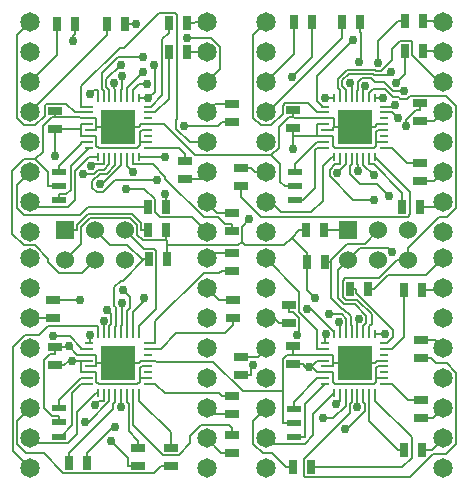
<source format=gtl>
G04 (created by PCBNEW (2013-mar-13)-testing) date Mon 26 Aug 2013 07:19:36 AM PDT*
%MOIN*%
G04 Gerber Fmt 3.4, Leading zero omitted, Abs format*
%FSLAX34Y34*%
G01*
G70*
G90*
G04 APERTURE LIST*
%ADD10C,0.005906*%
%ADD11R,0.045000X0.025000*%
%ADD12C,0.065000*%
%ADD13R,0.051200X0.019700*%
%ADD14R,0.010000X0.030000*%
%ADD15R,0.030000X0.010000*%
%ADD16R,0.118100X0.118100*%
%ADD17R,0.060000X0.060000*%
%ADD18C,0.060000*%
%ADD19R,0.025000X0.045000*%
%ADD20C,0.030000*%
%ADD21C,0.007000*%
G04 APERTURE END LIST*
G54D10*
G54D11*
X21496Y-23685D03*
X21496Y-23085D03*
G54D12*
X20669Y-20122D03*
X20669Y-21122D03*
X20669Y-22122D03*
X20669Y-23122D03*
X20669Y-24122D03*
X20669Y-25122D03*
X20669Y-26122D03*
X20669Y-27122D03*
X26574Y-27122D03*
X26574Y-26122D03*
X26574Y-25122D03*
X26574Y-24122D03*
X26574Y-23122D03*
X26574Y-22122D03*
X26574Y-21122D03*
X26574Y-20122D03*
X20669Y-27996D03*
X20669Y-28996D03*
X20669Y-29996D03*
X20669Y-30996D03*
X20669Y-31996D03*
X20669Y-32996D03*
X20669Y-33996D03*
X20669Y-34996D03*
X26574Y-34996D03*
X26574Y-33996D03*
X26574Y-32996D03*
X26574Y-31996D03*
X26574Y-30996D03*
X26574Y-29996D03*
X26574Y-28996D03*
X26574Y-27996D03*
X28543Y-20122D03*
X28543Y-21122D03*
X28543Y-22122D03*
X28543Y-23122D03*
X28543Y-24122D03*
X28543Y-25122D03*
X28543Y-26122D03*
X28543Y-27122D03*
X34448Y-27122D03*
X34448Y-26122D03*
X34448Y-25122D03*
X34448Y-24122D03*
X34448Y-23122D03*
X34448Y-22122D03*
X34448Y-21122D03*
X34448Y-20122D03*
X28543Y-27996D03*
X28543Y-28996D03*
X28543Y-29996D03*
X28543Y-30996D03*
X28543Y-31996D03*
X28543Y-32996D03*
X28543Y-33996D03*
X28543Y-34996D03*
X34448Y-34996D03*
X34448Y-33996D03*
X34448Y-32996D03*
X34448Y-31996D03*
X34448Y-30996D03*
X34448Y-29996D03*
X34448Y-28996D03*
X34448Y-27996D03*
G54D13*
X21653Y-25590D03*
X21653Y-26062D03*
X21653Y-25118D03*
X21653Y-33464D03*
X21653Y-33936D03*
X21653Y-32992D03*
X29527Y-25590D03*
X29527Y-26062D03*
X29527Y-25118D03*
X29475Y-33480D03*
X29475Y-33952D03*
X29475Y-33008D03*
G54D11*
X21496Y-31559D03*
X21496Y-30959D03*
G54D14*
X23130Y-22638D03*
X23327Y-22638D03*
X23524Y-22638D03*
X22933Y-22638D03*
G54D15*
X22638Y-22933D03*
X22638Y-23130D03*
X22638Y-23327D03*
X22638Y-23524D03*
X22638Y-23720D03*
X22638Y-23917D03*
X22638Y-24114D03*
X22638Y-24311D03*
G54D14*
X24311Y-24606D03*
X22933Y-24606D03*
X23130Y-24606D03*
X23327Y-24606D03*
X23524Y-24606D03*
X23720Y-24606D03*
X23917Y-24606D03*
X24114Y-24606D03*
G54D15*
X24606Y-24311D03*
X24606Y-24114D03*
X24606Y-23917D03*
X24606Y-23720D03*
X24606Y-23524D03*
X24606Y-23327D03*
X24606Y-23130D03*
X24606Y-22933D03*
G54D14*
X24311Y-22638D03*
X24114Y-22638D03*
X23917Y-22638D03*
X23720Y-22638D03*
G54D16*
X23622Y-23622D03*
G54D14*
X23130Y-30512D03*
X23327Y-30512D03*
X23524Y-30512D03*
X22933Y-30512D03*
G54D15*
X22638Y-30807D03*
X22638Y-31004D03*
X22638Y-31201D03*
X22638Y-31398D03*
X22638Y-31594D03*
X22638Y-31791D03*
X22638Y-31988D03*
X22638Y-32185D03*
G54D14*
X24311Y-32480D03*
X22933Y-32480D03*
X23130Y-32480D03*
X23327Y-32480D03*
X23524Y-32480D03*
X23720Y-32480D03*
X23917Y-32480D03*
X24114Y-32480D03*
G54D15*
X24606Y-32185D03*
X24606Y-31988D03*
X24606Y-31791D03*
X24606Y-31594D03*
X24606Y-31398D03*
X24606Y-31201D03*
X24606Y-31004D03*
X24606Y-30807D03*
G54D14*
X24311Y-30512D03*
X24114Y-30512D03*
X23917Y-30512D03*
X23720Y-30512D03*
G54D16*
X23622Y-31496D03*
G54D14*
X31004Y-22638D03*
X31201Y-22638D03*
X31398Y-22638D03*
X30807Y-22638D03*
G54D15*
X30512Y-22933D03*
X30512Y-23130D03*
X30512Y-23327D03*
X30512Y-23524D03*
X30512Y-23720D03*
X30512Y-23917D03*
X30512Y-24114D03*
X30512Y-24311D03*
G54D14*
X32185Y-24606D03*
X30807Y-24606D03*
X31004Y-24606D03*
X31201Y-24606D03*
X31398Y-24606D03*
X31594Y-24606D03*
X31791Y-24606D03*
X31988Y-24606D03*
G54D15*
X32480Y-24311D03*
X32480Y-24114D03*
X32480Y-23917D03*
X32480Y-23720D03*
X32480Y-23524D03*
X32480Y-23327D03*
X32480Y-23130D03*
X32480Y-22933D03*
G54D14*
X32185Y-22638D03*
X31988Y-22638D03*
X31791Y-22638D03*
X31594Y-22638D03*
G54D16*
X31496Y-23622D03*
G54D14*
X31004Y-30512D03*
X31201Y-30512D03*
X31398Y-30512D03*
X30807Y-30512D03*
G54D15*
X30512Y-30807D03*
X30512Y-31004D03*
X30512Y-31201D03*
X30512Y-31398D03*
X30512Y-31594D03*
X30512Y-31791D03*
X30512Y-31988D03*
X30512Y-32185D03*
G54D14*
X32185Y-32480D03*
X30807Y-32480D03*
X31004Y-32480D03*
X31201Y-32480D03*
X31398Y-32480D03*
X31594Y-32480D03*
X31791Y-32480D03*
X31988Y-32480D03*
G54D15*
X32480Y-32185D03*
X32480Y-31988D03*
X32480Y-31791D03*
X32480Y-31594D03*
X32480Y-31398D03*
X32480Y-31201D03*
X32480Y-31004D03*
X32480Y-30807D03*
G54D14*
X32185Y-30512D03*
X31988Y-30512D03*
X31791Y-30512D03*
X31594Y-30512D03*
G54D16*
X31496Y-31496D03*
G54D11*
X29448Y-23646D03*
X29448Y-23046D03*
X29448Y-31520D03*
X29448Y-30920D03*
G54D17*
X21834Y-27059D03*
G54D18*
X21834Y-28059D03*
X22834Y-27059D03*
X22834Y-28059D03*
X23834Y-27059D03*
X23834Y-28059D03*
G54D17*
X31283Y-27059D03*
G54D18*
X31283Y-28059D03*
X32283Y-27059D03*
X32283Y-28059D03*
X33283Y-27059D03*
X33283Y-28059D03*
G54D19*
X31330Y-29010D03*
X31930Y-29010D03*
X33140Y-29050D03*
X33740Y-29050D03*
G54D11*
X33715Y-32720D03*
X33715Y-33320D03*
G54D19*
X30030Y-34960D03*
X29430Y-34960D03*
X33160Y-34370D03*
X33760Y-34370D03*
G54D11*
X27716Y-31874D03*
X27716Y-31274D03*
X29320Y-29560D03*
X29320Y-30160D03*
X33715Y-31330D03*
X33715Y-30730D03*
G54D19*
X33170Y-20090D03*
X33770Y-20090D03*
X33170Y-21090D03*
X33770Y-21090D03*
G54D11*
X33690Y-24820D03*
X33690Y-25420D03*
X27716Y-25575D03*
X27716Y-24975D03*
G54D19*
X33090Y-26270D03*
X33690Y-26270D03*
X31680Y-20110D03*
X31080Y-20110D03*
X30085Y-20105D03*
X29485Y-20105D03*
G54D11*
X33690Y-22820D03*
X33690Y-23420D03*
X27400Y-28400D03*
X27400Y-27800D03*
X27440Y-29990D03*
X27440Y-29390D03*
X27400Y-32595D03*
X27400Y-33195D03*
X25370Y-34310D03*
X25370Y-34910D03*
X27401Y-33873D03*
X27401Y-34473D03*
X24290Y-34300D03*
X24290Y-34900D03*
X21430Y-29380D03*
X21430Y-29980D03*
G54D19*
X21983Y-34803D03*
X22583Y-34803D03*
X25320Y-20140D03*
X25920Y-20140D03*
X25325Y-21125D03*
X25925Y-21125D03*
G54D11*
X25850Y-24740D03*
X25850Y-25340D03*
G54D19*
X25205Y-26295D03*
X24605Y-26295D03*
G54D11*
X27401Y-27071D03*
X27401Y-26471D03*
G54D19*
X23855Y-20170D03*
X23255Y-20170D03*
X22190Y-20170D03*
X21590Y-20170D03*
G54D11*
X27401Y-23449D03*
X27401Y-22849D03*
G54D19*
X30495Y-28105D03*
X29895Y-28105D03*
X30485Y-27050D03*
X29885Y-27050D03*
X24630Y-28030D03*
X25230Y-28030D03*
X24620Y-27055D03*
X25220Y-27055D03*
G54D20*
X27975Y-26695D03*
X29460Y-24360D03*
X22081Y-31398D03*
X21502Y-24572D03*
X30171Y-29316D03*
X29971Y-31598D03*
X23699Y-21536D03*
X23872Y-25672D03*
X23244Y-29708D03*
X32700Y-21782D03*
X30630Y-29850D03*
X24447Y-21268D03*
X25908Y-20659D03*
X23130Y-30079D03*
X30969Y-30114D03*
X22662Y-22517D03*
X30524Y-22638D03*
X29907Y-29684D03*
X22662Y-30536D03*
X31447Y-20706D03*
X30536Y-30527D03*
X21453Y-30595D03*
X22718Y-24903D03*
X22848Y-32873D03*
X32130Y-26048D03*
X30877Y-32862D03*
X22453Y-25168D03*
X22498Y-33448D03*
X30920Y-25145D03*
X30450Y-33323D03*
X32456Y-22655D03*
X24603Y-22661D03*
X32527Y-30512D03*
X24822Y-21533D03*
X24478Y-29327D03*
X24576Y-22196D03*
X23469Y-22164D03*
X31346Y-22159D03*
X25809Y-23567D03*
X24928Y-25383D03*
X33205Y-23574D03*
X32637Y-25913D03*
X22119Y-20739D03*
X23014Y-25527D03*
X22348Y-29380D03*
X23720Y-32941D03*
X29422Y-21947D03*
X31616Y-25071D03*
X31594Y-32952D03*
X29565Y-30540D03*
X24204Y-20170D03*
X24125Y-25128D03*
X31640Y-21452D03*
X32135Y-25228D03*
X28120Y-31555D03*
X31191Y-33668D03*
X25183Y-25839D03*
X25183Y-24606D03*
X32872Y-22152D03*
X32935Y-23314D03*
X32290Y-21471D03*
X32851Y-22884D03*
X33134Y-22414D03*
X31631Y-30030D03*
X23749Y-29467D03*
X23744Y-21912D03*
X31856Y-22254D03*
X32740Y-27768D03*
X24438Y-21795D03*
X23785Y-29057D03*
X21964Y-30924D03*
X23508Y-33600D03*
X23383Y-34078D03*
G54D21*
X29448Y-23646D02*
X29448Y-24348D01*
X27733Y-26936D02*
X27733Y-27438D01*
X27975Y-26695D02*
X27733Y-26936D01*
X29448Y-24348D02*
X29460Y-24360D01*
X24606Y-31988D02*
X24385Y-31988D01*
X32480Y-31988D02*
X32260Y-31988D01*
X32260Y-31988D02*
X32224Y-31988D01*
X30767Y-32122D02*
X30767Y-31791D01*
X30836Y-32191D02*
X30767Y-32122D01*
X32135Y-32191D02*
X30836Y-32191D01*
X32224Y-32102D02*
X32135Y-32191D01*
X32224Y-31988D02*
X32224Y-32102D01*
X30512Y-31791D02*
X30767Y-31791D01*
X32291Y-31594D02*
X32480Y-31594D01*
X32224Y-31660D02*
X32291Y-31594D01*
X32224Y-31988D02*
X32224Y-31660D01*
X22638Y-23524D02*
X22382Y-23524D01*
X21496Y-23685D02*
X21826Y-23685D01*
X21496Y-31559D02*
X21826Y-31559D01*
X29448Y-31520D02*
X29778Y-31520D01*
X22893Y-24248D02*
X22893Y-23917D01*
X22962Y-24317D02*
X22893Y-24248D01*
X24261Y-24317D02*
X22962Y-24317D01*
X24350Y-24227D02*
X24261Y-24317D01*
X24350Y-24114D02*
X24350Y-24227D01*
X24606Y-24114D02*
X24350Y-24114D01*
X22638Y-23917D02*
X22893Y-23917D01*
X29448Y-23646D02*
X29448Y-23876D01*
X21496Y-23685D02*
X21496Y-23915D01*
X24350Y-23786D02*
X24350Y-24114D01*
X24417Y-23720D02*
X24350Y-23786D01*
X24606Y-23720D02*
X24417Y-23720D01*
X22382Y-23685D02*
X22382Y-23917D01*
X21826Y-23685D02*
X22382Y-23685D01*
X22382Y-23685D02*
X22382Y-23524D01*
X22638Y-23917D02*
X22382Y-23917D01*
X21502Y-23922D02*
X21496Y-23915D01*
X21502Y-24572D02*
X21502Y-23922D01*
X29895Y-29040D02*
X30171Y-29316D01*
X29895Y-28105D02*
X29895Y-29040D01*
X29857Y-31598D02*
X29778Y-31520D01*
X29971Y-31598D02*
X29857Y-31598D01*
X30512Y-31398D02*
X30256Y-31398D01*
X29971Y-31598D02*
X30067Y-31598D01*
X30256Y-31787D02*
X30067Y-31598D01*
X30256Y-31791D02*
X30256Y-31787D01*
X30067Y-31587D02*
X30256Y-31398D01*
X30067Y-31598D02*
X30067Y-31587D01*
X30512Y-31791D02*
X30256Y-31791D01*
X29885Y-27050D02*
X29654Y-27050D01*
X29400Y-27304D02*
X29654Y-27050D01*
X29870Y-27774D02*
X29895Y-27774D01*
X29400Y-27304D02*
X29870Y-27774D01*
X29895Y-28105D02*
X29895Y-27774D01*
X32224Y-24238D02*
X32224Y-24114D01*
X32145Y-24317D02*
X32224Y-24238D01*
X30843Y-24317D02*
X32145Y-24317D01*
X30767Y-24241D02*
X30843Y-24317D01*
X30767Y-23917D02*
X30767Y-24241D01*
X30512Y-23917D02*
X30767Y-23917D01*
X32480Y-24114D02*
X32224Y-24114D01*
X32224Y-23786D02*
X32224Y-24114D01*
X32291Y-23720D02*
X32224Y-23786D01*
X32480Y-23720D02*
X32291Y-23720D01*
X29448Y-23886D02*
X29464Y-23901D01*
X29448Y-23876D02*
X29448Y-23886D01*
X30512Y-23917D02*
X30256Y-23917D01*
X30241Y-23539D02*
X30256Y-23524D01*
X30241Y-23901D02*
X30241Y-23539D01*
X29464Y-23901D02*
X30241Y-23901D01*
X30241Y-23901D02*
X30256Y-23917D01*
X30512Y-23524D02*
X30256Y-23524D01*
X22638Y-31791D02*
X22382Y-31791D01*
X22382Y-31398D02*
X22382Y-31791D01*
X22638Y-31398D02*
X22382Y-31398D01*
X24417Y-31594D02*
X24606Y-31594D01*
X24350Y-31660D02*
X24417Y-31594D01*
X24350Y-31953D02*
X24350Y-31660D01*
X24385Y-31988D02*
X24350Y-31953D01*
X22638Y-31791D02*
X22893Y-31791D01*
X22893Y-32122D02*
X22893Y-31791D01*
X22962Y-32191D02*
X22893Y-32122D01*
X24261Y-32191D02*
X22962Y-32191D01*
X24350Y-32102D02*
X24261Y-32191D01*
X24350Y-32023D02*
X24350Y-32102D01*
X24385Y-31988D02*
X24350Y-32023D01*
X25220Y-27055D02*
X25220Y-27385D01*
X25230Y-27559D02*
X25230Y-28030D01*
X27613Y-27559D02*
X27733Y-27438D01*
X25230Y-27559D02*
X27613Y-27559D01*
X27733Y-27438D02*
X27734Y-27438D01*
X27734Y-27438D02*
X27854Y-27559D01*
X27854Y-27559D02*
X29145Y-27559D01*
X29145Y-27559D02*
X29400Y-27304D01*
X25230Y-27395D02*
X25220Y-27385D01*
X25230Y-27559D02*
X25230Y-27395D01*
X22384Y-27509D02*
X21834Y-28059D01*
X22384Y-26936D02*
X22384Y-27509D01*
X22675Y-26645D02*
X22384Y-26936D01*
X24012Y-26645D02*
X22675Y-26645D01*
X24249Y-26882D02*
X24012Y-26645D01*
X24249Y-27198D02*
X24249Y-26882D01*
X24436Y-27385D02*
X24249Y-27198D01*
X25220Y-27385D02*
X24436Y-27385D01*
X22382Y-31398D02*
X22081Y-31398D01*
X21987Y-31398D02*
X21826Y-31559D01*
X22081Y-31398D02*
X21987Y-31398D01*
X26077Y-26625D02*
X26574Y-27122D01*
X25024Y-26625D02*
X26077Y-26625D01*
X24835Y-26435D02*
X25024Y-26625D01*
X24835Y-26019D02*
X24835Y-26435D01*
X24488Y-25672D02*
X24835Y-26019D01*
X23872Y-25672D02*
X24488Y-25672D01*
X23327Y-22638D02*
X23327Y-22382D01*
X23213Y-22022D02*
X23699Y-21536D01*
X23213Y-22269D02*
X23213Y-22022D01*
X23327Y-22382D02*
X23213Y-22269D01*
X23385Y-29849D02*
X23244Y-29708D01*
X23385Y-30184D02*
X23385Y-29849D01*
X23327Y-30242D02*
X23385Y-30184D01*
X23327Y-30512D02*
X23327Y-30242D01*
X31201Y-22638D02*
X31201Y-22382D01*
X32601Y-21881D02*
X32700Y-21782D01*
X32142Y-21881D02*
X32601Y-21881D01*
X32108Y-21847D02*
X32142Y-21881D01*
X31296Y-21847D02*
X32108Y-21847D01*
X31091Y-22053D02*
X31296Y-21847D01*
X31091Y-22264D02*
X31091Y-22053D01*
X31201Y-22374D02*
X31091Y-22264D01*
X31201Y-22382D02*
X31201Y-22374D01*
X31201Y-30512D02*
X31201Y-30256D01*
X31224Y-30233D02*
X31201Y-30256D01*
X31224Y-30005D02*
X31224Y-30233D01*
X31068Y-29850D02*
X31224Y-30005D01*
X30630Y-29850D02*
X31068Y-29850D01*
X23602Y-21268D02*
X24447Y-21268D01*
X23073Y-21798D02*
X23602Y-21268D01*
X23073Y-22354D02*
X23073Y-21798D01*
X23130Y-22410D02*
X23073Y-22354D01*
X23130Y-22638D02*
X23130Y-22410D01*
X27012Y-21684D02*
X26574Y-22122D01*
X27012Y-20950D02*
X27012Y-21684D01*
X26721Y-20659D02*
X27012Y-20950D01*
X25908Y-20659D02*
X26721Y-20659D01*
X23130Y-30512D02*
X23130Y-30079D01*
X31004Y-22638D02*
X31004Y-22382D01*
X30932Y-22311D02*
X31004Y-22382D01*
X30932Y-22014D02*
X30932Y-22311D01*
X31238Y-21707D02*
X30932Y-22014D01*
X32166Y-21707D02*
X31238Y-21707D01*
X32200Y-21741D02*
X32166Y-21707D01*
X32380Y-21741D02*
X32200Y-21741D01*
X32744Y-21378D02*
X32380Y-21741D01*
X32744Y-21013D02*
X32744Y-21378D01*
X32997Y-20759D02*
X32744Y-21013D01*
X33363Y-20759D02*
X32997Y-20759D01*
X33400Y-20796D02*
X33363Y-20759D01*
X33400Y-21224D02*
X33400Y-20796D01*
X34297Y-22122D02*
X33400Y-21224D01*
X34448Y-22122D02*
X34297Y-22122D01*
X31004Y-30512D02*
X31004Y-30256D01*
X30969Y-30222D02*
X30969Y-30114D01*
X31004Y-30256D02*
X30969Y-30222D01*
X22933Y-22638D02*
X22933Y-22382D01*
X22796Y-22382D02*
X22662Y-22517D01*
X22933Y-22382D02*
X22796Y-22382D01*
X20097Y-34423D02*
X20669Y-34996D01*
X20097Y-30951D02*
X20097Y-34423D01*
X20502Y-30545D02*
X20097Y-30951D01*
X20980Y-30545D02*
X20502Y-30545D01*
X21269Y-30256D02*
X20980Y-30545D01*
X22933Y-30256D02*
X21269Y-30256D01*
X22933Y-30512D02*
X22933Y-30256D01*
X30807Y-22638D02*
X30524Y-22638D01*
X30054Y-29684D02*
X29907Y-29684D01*
X30807Y-30437D02*
X30054Y-29684D01*
X30807Y-30512D02*
X30807Y-30437D01*
X22638Y-22933D02*
X22382Y-22933D01*
X22382Y-22264D02*
X22382Y-22933D01*
X23671Y-20975D02*
X22382Y-22264D01*
X23811Y-20975D02*
X23671Y-20975D01*
X24977Y-19809D02*
X23811Y-20975D01*
X25495Y-19809D02*
X24977Y-19809D01*
X25572Y-19887D02*
X25495Y-19809D01*
X25572Y-23360D02*
X25572Y-19887D01*
X25548Y-23384D02*
X25572Y-23360D01*
X25548Y-23671D02*
X25548Y-23384D01*
X25998Y-24122D02*
X25548Y-23671D01*
X26574Y-24122D02*
X25998Y-24122D01*
X22662Y-30782D02*
X22662Y-30536D01*
X22638Y-30807D02*
X22662Y-30782D01*
X30247Y-21906D02*
X31447Y-20706D01*
X30247Y-22745D02*
X30247Y-21906D01*
X30435Y-22933D02*
X30247Y-22745D01*
X30512Y-22933D02*
X30435Y-22933D01*
X30512Y-30551D02*
X30536Y-30527D01*
X30512Y-30807D02*
X30512Y-30551D01*
X20235Y-20555D02*
X20669Y-20122D01*
X20235Y-23312D02*
X20235Y-20555D01*
X20485Y-23562D02*
X20235Y-23312D01*
X20842Y-23562D02*
X20485Y-23562D01*
X21165Y-23238D02*
X20842Y-23562D01*
X21165Y-22902D02*
X21165Y-23238D01*
X21215Y-22852D02*
X21165Y-22902D01*
X21885Y-22852D02*
X21215Y-22852D01*
X22162Y-23130D02*
X21885Y-22852D01*
X22638Y-23130D02*
X22162Y-23130D01*
X21995Y-30595D02*
X21453Y-30595D01*
X22382Y-30982D02*
X21995Y-30595D01*
X22382Y-31004D02*
X22382Y-30982D01*
X22638Y-31004D02*
X22382Y-31004D01*
X28104Y-20560D02*
X28543Y-20122D01*
X28104Y-23299D02*
X28104Y-20560D01*
X28367Y-23562D02*
X28104Y-23299D01*
X28723Y-23562D02*
X28367Y-23562D01*
X29095Y-23190D02*
X28723Y-23562D01*
X29095Y-22899D02*
X29095Y-23190D01*
X29178Y-22816D02*
X29095Y-22899D01*
X29943Y-22816D02*
X29178Y-22816D01*
X30256Y-23130D02*
X29943Y-22816D01*
X30512Y-23130D02*
X30256Y-23130D01*
X30512Y-31004D02*
X30256Y-31004D01*
X30256Y-30395D02*
X30256Y-31004D01*
X29652Y-29790D02*
X30256Y-30395D01*
X29652Y-29104D02*
X29652Y-29790D01*
X28543Y-27996D02*
X29652Y-29104D01*
X22655Y-24606D02*
X22933Y-24606D01*
X22189Y-25072D02*
X22655Y-24606D01*
X22189Y-26036D02*
X22189Y-25072D01*
X21959Y-26266D02*
X22189Y-26036D01*
X20813Y-26266D02*
X21959Y-26266D01*
X20669Y-26122D02*
X20813Y-26266D01*
X22868Y-32480D02*
X22933Y-32480D01*
X22229Y-33119D02*
X22868Y-32480D01*
X22229Y-33864D02*
X22229Y-33119D01*
X21945Y-34148D02*
X22229Y-33864D01*
X20821Y-34148D02*
X21945Y-34148D01*
X20669Y-33996D02*
X20821Y-34148D01*
X28543Y-26122D02*
X28702Y-26122D01*
X30738Y-24606D02*
X30807Y-24606D01*
X30445Y-24900D02*
X30738Y-24606D01*
X30445Y-26075D02*
X30445Y-24900D01*
X30059Y-26460D02*
X30445Y-26075D01*
X29040Y-26460D02*
X30059Y-26460D01*
X28702Y-26122D02*
X29040Y-26460D01*
X28722Y-34175D02*
X28543Y-33996D01*
X29839Y-34175D02*
X28722Y-34175D01*
X30116Y-33897D02*
X29839Y-34175D01*
X30116Y-33170D02*
X30116Y-33897D01*
X30807Y-32480D02*
X30116Y-33170D01*
X23130Y-24606D02*
X23130Y-24861D01*
X22760Y-24861D02*
X22718Y-24903D01*
X23130Y-24861D02*
X22760Y-24861D01*
X23130Y-32480D02*
X23130Y-32735D01*
X22986Y-32735D02*
X22848Y-32873D01*
X23130Y-32735D02*
X22986Y-32735D01*
X31004Y-24606D02*
X31004Y-24861D01*
X31455Y-26048D02*
X32130Y-26048D01*
X30664Y-25257D02*
X31455Y-26048D01*
X30664Y-25033D02*
X30664Y-25257D01*
X30836Y-24861D02*
X30664Y-25033D01*
X31004Y-24861D02*
X30836Y-24861D01*
X31004Y-32480D02*
X31004Y-32735D01*
X31004Y-32735D02*
X30877Y-32862D01*
X22814Y-25168D02*
X22453Y-25168D01*
X22949Y-25032D02*
X22814Y-25168D01*
X23158Y-25032D02*
X22949Y-25032D01*
X23327Y-24864D02*
X23158Y-25032D01*
X23327Y-24606D02*
X23327Y-24864D01*
X23327Y-32480D02*
X23327Y-32735D01*
X23327Y-32735D02*
X23327Y-32764D01*
X23327Y-32764D02*
X22642Y-33448D01*
X22642Y-33448D02*
X22498Y-33448D01*
X31201Y-24863D02*
X31201Y-24606D01*
X30920Y-25145D02*
X31201Y-24863D01*
X30790Y-33323D02*
X30450Y-33323D01*
X31199Y-32914D02*
X30790Y-33323D01*
X31199Y-32736D02*
X31199Y-32914D01*
X31201Y-32735D02*
X31199Y-32736D01*
X31201Y-32480D02*
X31201Y-32735D01*
X24311Y-30512D02*
X24311Y-30256D01*
X24877Y-29690D02*
X24311Y-30256D01*
X24877Y-27742D02*
X24877Y-29690D01*
X24825Y-27691D02*
X24877Y-27742D01*
X24466Y-27691D02*
X24825Y-27691D01*
X23834Y-27059D02*
X24466Y-27691D01*
X32185Y-30512D02*
X32527Y-30512D01*
X32438Y-22638D02*
X32456Y-22655D01*
X32185Y-22638D02*
X32438Y-22638D01*
X24334Y-22661D02*
X24311Y-22638D01*
X24603Y-22661D02*
X24334Y-22661D01*
X24831Y-21543D02*
X24822Y-21533D01*
X24831Y-22432D02*
X24831Y-21543D01*
X24603Y-22661D02*
X24831Y-22432D01*
X31988Y-30512D02*
X31988Y-30256D01*
X32062Y-30182D02*
X31988Y-30256D01*
X32062Y-29864D02*
X32062Y-30182D01*
X31584Y-29385D02*
X32062Y-29864D01*
X31207Y-29385D02*
X31584Y-29385D01*
X31099Y-29278D02*
X31207Y-29385D01*
X31099Y-28736D02*
X31099Y-29278D01*
X31176Y-28660D02*
X31099Y-28736D01*
X32311Y-28660D02*
X31176Y-28660D01*
X32912Y-28059D02*
X32311Y-28660D01*
X33283Y-28059D02*
X32912Y-28059D01*
X24114Y-29780D02*
X24114Y-30512D01*
X24478Y-29415D02*
X24114Y-29780D01*
X24478Y-29327D02*
X24478Y-29415D01*
X24300Y-22196D02*
X24114Y-22382D01*
X24576Y-22196D02*
X24300Y-22196D01*
X24114Y-22638D02*
X24114Y-22382D01*
X33283Y-27655D02*
X33283Y-28059D01*
X34317Y-26622D02*
X33283Y-27655D01*
X34562Y-26622D02*
X34317Y-26622D01*
X34884Y-26300D02*
X34562Y-26622D01*
X34884Y-22926D02*
X34884Y-26300D01*
X34537Y-22579D02*
X34884Y-22926D01*
X33330Y-22579D02*
X34537Y-22579D01*
X33240Y-22669D02*
X33330Y-22579D01*
X33028Y-22669D02*
X33240Y-22669D01*
X32974Y-22614D02*
X33028Y-22669D01*
X32775Y-22614D02*
X32974Y-22614D01*
X32525Y-22364D02*
X32775Y-22614D01*
X32107Y-22364D02*
X32525Y-22364D01*
X31988Y-22483D02*
X32107Y-22364D01*
X31988Y-22638D02*
X31988Y-22483D01*
X22239Y-26882D02*
X22239Y-27059D01*
X22616Y-26505D02*
X22239Y-26882D01*
X24070Y-26505D02*
X22616Y-26505D01*
X24389Y-26824D02*
X24070Y-26505D01*
X24389Y-27055D02*
X24389Y-26824D01*
X24620Y-27055D02*
X24389Y-27055D01*
X21834Y-27059D02*
X22239Y-27059D01*
X23524Y-22638D02*
X23524Y-22382D01*
X23469Y-22328D02*
X23524Y-22382D01*
X23469Y-22164D02*
X23469Y-22328D01*
X23334Y-27559D02*
X22834Y-27059D01*
X23928Y-27559D02*
X23334Y-27559D01*
X24399Y-28030D02*
X23928Y-27559D01*
X24630Y-28030D02*
X24514Y-28030D01*
X23524Y-30512D02*
X23524Y-30256D01*
X24485Y-28030D02*
X24399Y-28030D01*
X24514Y-28030D02*
X24485Y-28030D01*
X23544Y-30236D02*
X23524Y-30256D01*
X23544Y-29622D02*
X23544Y-30236D01*
X23494Y-29572D02*
X23544Y-29622D01*
X23494Y-28958D02*
X23494Y-29572D01*
X23709Y-28744D02*
X23494Y-28958D01*
X23771Y-28744D02*
X23709Y-28744D01*
X24485Y-28030D02*
X23771Y-28744D01*
X30869Y-27050D02*
X30878Y-27059D01*
X30485Y-27050D02*
X30869Y-27050D01*
X31283Y-27059D02*
X30878Y-27059D01*
X31398Y-22210D02*
X31346Y-22159D01*
X31398Y-22638D02*
X31398Y-22210D01*
X30495Y-28105D02*
X30702Y-28105D01*
X30702Y-28041D02*
X30702Y-28105D01*
X31234Y-27509D02*
X30702Y-28041D01*
X31833Y-27509D02*
X31234Y-27509D01*
X32283Y-27059D02*
X31833Y-27509D01*
X31398Y-30512D02*
X31398Y-30256D01*
X31364Y-30223D02*
X31398Y-30256D01*
X31364Y-29924D02*
X31364Y-30223D01*
X31106Y-29666D02*
X31364Y-29924D01*
X31069Y-29666D02*
X31106Y-29666D01*
X30702Y-29299D02*
X31069Y-29666D01*
X30702Y-28105D02*
X30702Y-29299D01*
X27401Y-23449D02*
X27071Y-23449D01*
X26954Y-23567D02*
X25809Y-23567D01*
X27071Y-23449D02*
X26954Y-23567D01*
X23524Y-24606D02*
X23524Y-24861D01*
X23524Y-24884D02*
X23524Y-24861D01*
X23235Y-25172D02*
X23524Y-24884D01*
X23007Y-25172D02*
X23235Y-25172D01*
X22757Y-25422D02*
X23007Y-25172D01*
X22757Y-25639D02*
X22757Y-25422D01*
X22900Y-25782D02*
X22757Y-25639D01*
X23120Y-25782D02*
X22900Y-25782D01*
X23518Y-25383D02*
X23120Y-25782D01*
X24928Y-25383D02*
X23518Y-25383D01*
X23524Y-32776D02*
X23524Y-32480D01*
X23442Y-32857D02*
X23524Y-32776D01*
X23442Y-33013D02*
X23442Y-32857D01*
X21983Y-34473D02*
X23442Y-33013D01*
X21983Y-34803D02*
X21983Y-34473D01*
X31398Y-24606D02*
X31398Y-24861D01*
X32229Y-25505D02*
X32637Y-25913D01*
X31686Y-25505D02*
X32229Y-25505D01*
X31356Y-25176D02*
X31686Y-25505D01*
X31356Y-24903D02*
X31356Y-25176D01*
X31398Y-24861D02*
X31356Y-24903D01*
X33690Y-22820D02*
X33690Y-23050D01*
X33205Y-23390D02*
X33205Y-23574D01*
X33546Y-23050D02*
X33205Y-23390D01*
X33690Y-23050D02*
X33546Y-23050D01*
X33715Y-31330D02*
X34045Y-31330D01*
X34211Y-31496D02*
X34045Y-31330D01*
X34567Y-31496D02*
X34211Y-31496D01*
X34881Y-31810D02*
X34567Y-31496D01*
X34881Y-34174D02*
X34881Y-31810D01*
X34546Y-34510D02*
X34881Y-34174D01*
X34119Y-34510D02*
X34546Y-34510D01*
X33339Y-35290D02*
X34119Y-34510D01*
X29836Y-35290D02*
X33339Y-35290D01*
X29799Y-35253D02*
X29836Y-35290D01*
X29799Y-34690D02*
X29799Y-35253D01*
X31339Y-33150D02*
X29799Y-34690D01*
X31339Y-32846D02*
X31339Y-33150D01*
X31398Y-32788D02*
X31339Y-32846D01*
X31398Y-32480D02*
X31398Y-32788D01*
X22119Y-20570D02*
X22119Y-20739D01*
X22190Y-20500D02*
X22119Y-20570D01*
X22190Y-20170D02*
X22190Y-20500D01*
X23720Y-24897D02*
X23720Y-24606D01*
X23090Y-25527D02*
X23720Y-24897D01*
X23014Y-25527D02*
X23090Y-25527D01*
X21430Y-29380D02*
X22348Y-29380D01*
X23720Y-32480D02*
X23720Y-32941D01*
X31594Y-24606D02*
X31594Y-24861D01*
X31616Y-24883D02*
X31594Y-24861D01*
X31616Y-25071D02*
X31616Y-24883D01*
X30085Y-21284D02*
X29422Y-21947D01*
X30085Y-20105D02*
X30085Y-21284D01*
X31594Y-32735D02*
X31594Y-32952D01*
X31594Y-32735D02*
X31594Y-32735D01*
X29453Y-29790D02*
X29320Y-29790D01*
X29650Y-29986D02*
X29453Y-29790D01*
X29650Y-30455D02*
X29650Y-29986D01*
X29565Y-30540D02*
X29650Y-30455D01*
X29320Y-29560D02*
X29320Y-29790D01*
X31594Y-32480D02*
X31594Y-32735D01*
X23917Y-24920D02*
X23917Y-24606D01*
X24125Y-25128D02*
X23917Y-24920D01*
X23855Y-20170D02*
X24204Y-20170D01*
X24290Y-34300D02*
X24290Y-34069D01*
X23917Y-32777D02*
X23917Y-32480D01*
X23978Y-32839D02*
X23917Y-32777D01*
X23978Y-33758D02*
X23978Y-32839D01*
X24290Y-34069D02*
X23978Y-33758D01*
X31680Y-20110D02*
X31680Y-20440D01*
X31791Y-24884D02*
X32135Y-25228D01*
X31791Y-24606D02*
X31791Y-24884D01*
X31717Y-21375D02*
X31640Y-21452D01*
X31717Y-20477D02*
X31717Y-21375D01*
X31680Y-20440D02*
X31717Y-20477D01*
X28046Y-31629D02*
X28120Y-31555D01*
X28046Y-31874D02*
X28046Y-31629D01*
X27716Y-31874D02*
X28046Y-31874D01*
X31251Y-33668D02*
X31191Y-33668D01*
X31849Y-33070D02*
X31251Y-33668D01*
X31849Y-32846D02*
X31849Y-33070D01*
X31791Y-32788D02*
X31849Y-32846D01*
X31791Y-32480D02*
X31791Y-32788D01*
X24774Y-24861D02*
X24114Y-24861D01*
X25188Y-25274D02*
X24774Y-24861D01*
X25188Y-25344D02*
X25188Y-25274D01*
X26465Y-26622D02*
X25188Y-25344D01*
X26951Y-26622D02*
X26465Y-26622D01*
X27171Y-26841D02*
X26951Y-26622D01*
X27401Y-26841D02*
X27171Y-26841D01*
X27401Y-27071D02*
X27401Y-26841D01*
X24114Y-24606D02*
X24114Y-24861D01*
X27401Y-33873D02*
X27401Y-33643D01*
X24114Y-32480D02*
X24114Y-32735D01*
X24118Y-32739D02*
X24114Y-32735D01*
X24118Y-33563D02*
X24118Y-32739D01*
X25095Y-34540D02*
X24118Y-33563D01*
X25645Y-34540D02*
X25095Y-34540D01*
X26027Y-34157D02*
X25645Y-34540D01*
X26027Y-33927D02*
X26027Y-34157D01*
X26392Y-33563D02*
X26027Y-33927D01*
X27321Y-33563D02*
X26392Y-33563D01*
X27401Y-33643D02*
X27321Y-33563D01*
X32146Y-24861D02*
X31988Y-24861D01*
X33090Y-25804D02*
X32146Y-24861D01*
X33090Y-26270D02*
X33090Y-25804D01*
X31988Y-24606D02*
X31988Y-24861D01*
X33160Y-34370D02*
X32929Y-34370D01*
X31988Y-32480D02*
X31988Y-32735D01*
X31989Y-32736D02*
X31988Y-32735D01*
X31989Y-33429D02*
X31989Y-32736D01*
X32929Y-34370D02*
X31989Y-33429D01*
X24311Y-24606D02*
X25183Y-24606D01*
X25205Y-26295D02*
X25205Y-25964D01*
X25205Y-25860D02*
X25183Y-25839D01*
X25205Y-25964D02*
X25205Y-25860D01*
X25370Y-33794D02*
X25370Y-34310D01*
X24311Y-32735D02*
X25370Y-33794D01*
X24311Y-32480D02*
X24311Y-32735D01*
X33351Y-25772D02*
X32185Y-24606D01*
X33351Y-26527D02*
X33351Y-25772D01*
X33278Y-26600D02*
X33351Y-26527D01*
X28378Y-26600D02*
X33278Y-26600D01*
X27716Y-25938D02*
X28378Y-26600D01*
X27716Y-25575D02*
X27716Y-25938D01*
X30030Y-34960D02*
X30260Y-34960D01*
X33395Y-33945D02*
X32185Y-32735D01*
X33395Y-34646D02*
X33395Y-33945D01*
X33081Y-34960D02*
X33395Y-34646D01*
X30260Y-34960D02*
X33081Y-34960D01*
X32185Y-32480D02*
X32185Y-32735D01*
X25850Y-24740D02*
X25850Y-24509D01*
X24606Y-24311D02*
X24861Y-24311D01*
X25651Y-24311D02*
X24861Y-24311D01*
X25850Y-24509D02*
X25651Y-24311D01*
X25172Y-32496D02*
X24861Y-32185D01*
X26970Y-32496D02*
X25172Y-32496D01*
X27069Y-32595D02*
X26970Y-32496D01*
X27400Y-32595D02*
X27069Y-32595D01*
X24606Y-32185D02*
X24861Y-32185D01*
X33244Y-24820D02*
X32735Y-24311D01*
X33690Y-24820D02*
X33244Y-24820D01*
X32480Y-24311D02*
X32735Y-24311D01*
X32480Y-32185D02*
X32735Y-32185D01*
X33270Y-32720D02*
X33715Y-32720D01*
X32735Y-32185D02*
X33270Y-32720D01*
X24606Y-23130D02*
X24861Y-23130D01*
X25325Y-22666D02*
X25325Y-21455D01*
X24861Y-23130D02*
X25325Y-22666D01*
X25325Y-21125D02*
X25325Y-21455D01*
X25047Y-31004D02*
X24606Y-31004D01*
X25555Y-30496D02*
X25047Y-31004D01*
X27164Y-30496D02*
X25555Y-30496D01*
X27440Y-30220D02*
X27164Y-30496D01*
X27440Y-29990D02*
X27440Y-30220D01*
X32480Y-23130D02*
X32735Y-23130D01*
X32919Y-23314D02*
X32935Y-23314D01*
X32735Y-23130D02*
X32919Y-23314D01*
X33170Y-21090D02*
X33170Y-21420D01*
X33170Y-21855D02*
X33170Y-21420D01*
X32872Y-22152D02*
X33170Y-21855D01*
X33140Y-30599D02*
X32735Y-31004D01*
X33140Y-29050D02*
X33140Y-30599D01*
X32480Y-31004D02*
X32735Y-31004D01*
X24696Y-22933D02*
X24606Y-22933D01*
X25094Y-22534D02*
X24696Y-22933D01*
X25094Y-20695D02*
X25094Y-22534D01*
X25320Y-20470D02*
X25094Y-20695D01*
X25320Y-20140D02*
X25320Y-20470D01*
X24861Y-30097D02*
X24861Y-30807D01*
X26462Y-28496D02*
X24861Y-30097D01*
X26973Y-28496D02*
X26462Y-28496D01*
X27069Y-28400D02*
X26973Y-28496D01*
X27400Y-28400D02*
X27069Y-28400D01*
X24606Y-30807D02*
X24861Y-30807D01*
X33170Y-20090D02*
X32939Y-20090D01*
X32803Y-22933D02*
X32851Y-22884D01*
X32480Y-22933D02*
X32803Y-22933D01*
X32290Y-21471D02*
X32290Y-21471D01*
X32290Y-20739D02*
X32290Y-21471D01*
X32939Y-20090D02*
X32290Y-20739D01*
X31330Y-29010D02*
X31560Y-29010D01*
X32593Y-30807D02*
X32480Y-30807D01*
X32782Y-30618D02*
X32593Y-30807D01*
X32782Y-30376D02*
X32782Y-30618D01*
X31560Y-29153D02*
X32782Y-30376D01*
X31560Y-29010D02*
X31560Y-29153D01*
X23749Y-30227D02*
X23720Y-30256D01*
X23749Y-29467D02*
X23749Y-30227D01*
X23720Y-30512D02*
X23720Y-30256D01*
X31594Y-30067D02*
X31631Y-30030D01*
X31594Y-30512D02*
X31594Y-30067D01*
X31594Y-22638D02*
X31594Y-22382D01*
X32773Y-22414D02*
X33134Y-22414D01*
X32478Y-22119D02*
X32773Y-22414D01*
X32478Y-22119D02*
X32478Y-22119D01*
X32181Y-22119D02*
X32478Y-22119D01*
X32050Y-21988D02*
X32181Y-22119D01*
X31737Y-21988D02*
X32050Y-21988D01*
X31601Y-22124D02*
X31737Y-21988D01*
X31601Y-22375D02*
X31601Y-22124D01*
X31594Y-22382D02*
X31601Y-22375D01*
X23744Y-22358D02*
X23744Y-21912D01*
X23720Y-22382D02*
X23744Y-22358D01*
X23720Y-22638D02*
X23720Y-22382D01*
X31791Y-22638D02*
X31791Y-22382D01*
X32625Y-27653D02*
X32740Y-27768D01*
X31688Y-27653D02*
X32625Y-27653D01*
X31283Y-28059D02*
X31688Y-27653D01*
X31791Y-30242D02*
X31791Y-30512D01*
X31892Y-30140D02*
X31791Y-30242D01*
X31892Y-29920D02*
X31892Y-30140D01*
X31498Y-29526D02*
X31892Y-29920D01*
X31149Y-29526D02*
X31498Y-29526D01*
X30945Y-29322D02*
X31149Y-29526D01*
X30945Y-28396D02*
X30945Y-29322D01*
X31283Y-28059D02*
X30945Y-28396D01*
X23917Y-22316D02*
X24438Y-21795D01*
X23917Y-22638D02*
X23917Y-22316D01*
X23917Y-29752D02*
X23917Y-30512D01*
X24008Y-29661D02*
X23917Y-29752D01*
X24008Y-29280D02*
X24008Y-29661D01*
X23785Y-29057D02*
X24008Y-29280D01*
X31856Y-22317D02*
X31856Y-22254D01*
X31791Y-22382D02*
X31856Y-22317D01*
X22638Y-24114D02*
X22382Y-24114D01*
X21653Y-25118D02*
X21653Y-24914D01*
X22382Y-24185D02*
X22382Y-24114D01*
X21653Y-24914D02*
X22382Y-24185D01*
X21653Y-32700D02*
X21653Y-32992D01*
X22365Y-31988D02*
X21653Y-32700D01*
X22638Y-31988D02*
X22365Y-31988D01*
X29527Y-24833D02*
X29527Y-25118D01*
X30246Y-24114D02*
X29527Y-24833D01*
X30512Y-24114D02*
X30246Y-24114D01*
X29475Y-33007D02*
X29475Y-32804D01*
X30512Y-31988D02*
X30256Y-31988D01*
X29475Y-32770D02*
X29475Y-32804D01*
X30256Y-31988D02*
X29475Y-32770D01*
X21888Y-25858D02*
X21653Y-25858D01*
X22048Y-25699D02*
X21888Y-25858D01*
X22048Y-24900D02*
X22048Y-25699D01*
X22638Y-24311D02*
X22048Y-24900D01*
X21653Y-26062D02*
X21653Y-25858D01*
X21695Y-33936D02*
X21653Y-33936D01*
X22089Y-33542D02*
X21695Y-33936D01*
X22089Y-32478D02*
X22089Y-33542D01*
X22382Y-32185D02*
X22089Y-32478D01*
X22638Y-32185D02*
X22382Y-32185D01*
X29763Y-26062D02*
X29527Y-26062D01*
X30180Y-25646D02*
X29763Y-26062D01*
X30180Y-24387D02*
X30180Y-25646D01*
X30256Y-24311D02*
X30180Y-24387D01*
X30512Y-24311D02*
X30256Y-24311D01*
X29475Y-33952D02*
X29836Y-33952D01*
X29836Y-32861D02*
X29836Y-33952D01*
X30512Y-32185D02*
X29836Y-32861D01*
X32224Y-23588D02*
X32224Y-23524D01*
X32191Y-23622D02*
X32224Y-23588D01*
X32480Y-23524D02*
X32224Y-23524D01*
X24350Y-31462D02*
X24317Y-31496D01*
X24350Y-31398D02*
X24350Y-31462D01*
X23622Y-31496D02*
X24317Y-31496D01*
X29448Y-30920D02*
X29448Y-31150D01*
X24478Y-31398D02*
X24350Y-31398D01*
X29527Y-25590D02*
X29166Y-25590D01*
X31825Y-23622D02*
X32191Y-23622D01*
X31825Y-23622D02*
X31496Y-23622D01*
X30800Y-23360D02*
X30767Y-23327D01*
X30800Y-23622D02*
X30800Y-23360D01*
X31496Y-23622D02*
X30800Y-23622D01*
X30767Y-23655D02*
X30800Y-23622D01*
X30767Y-23720D02*
X30767Y-23655D01*
X30512Y-23720D02*
X30767Y-23720D01*
X24478Y-31398D02*
X24606Y-31398D01*
X29475Y-33480D02*
X29113Y-33480D01*
X29448Y-31201D02*
X29448Y-31150D01*
X29448Y-31201D02*
X30256Y-31201D01*
X24350Y-23588D02*
X24350Y-23524D01*
X24317Y-23622D02*
X24350Y-23588D01*
X24606Y-23524D02*
X24861Y-23524D01*
X22638Y-23327D02*
X22382Y-23327D01*
X22638Y-23327D02*
X22893Y-23327D01*
X23622Y-23622D02*
X22926Y-23622D01*
X22926Y-23622D02*
X22893Y-23622D01*
X22893Y-23327D02*
X22893Y-23622D01*
X22893Y-23622D02*
X22893Y-23720D01*
X22638Y-23720D02*
X22893Y-23720D01*
X23622Y-23622D02*
X24317Y-23622D01*
X24606Y-23524D02*
X24350Y-23524D01*
X24606Y-31398D02*
X24861Y-31398D01*
X29113Y-33480D02*
X29113Y-32430D01*
X29257Y-31201D02*
X29448Y-31201D01*
X29113Y-31344D02*
X29257Y-31201D01*
X29113Y-32430D02*
X29113Y-31344D01*
X30639Y-23327D02*
X30767Y-23327D01*
X32224Y-31462D02*
X32224Y-31398D01*
X32191Y-31496D02*
X32224Y-31462D01*
X31496Y-31496D02*
X32191Y-31496D01*
X32480Y-31398D02*
X32224Y-31398D01*
X21653Y-25590D02*
X21292Y-25590D01*
X21496Y-23085D02*
X21496Y-23272D01*
X22328Y-23272D02*
X21496Y-23272D01*
X22382Y-23327D02*
X22328Y-23272D01*
X21104Y-24433D02*
X20850Y-24687D01*
X21104Y-23568D02*
X21104Y-24433D01*
X21400Y-23272D02*
X21104Y-23568D01*
X21496Y-23272D02*
X21400Y-23272D01*
X21292Y-25128D02*
X21292Y-25590D01*
X20850Y-24687D02*
X21292Y-25128D01*
X24902Y-31438D02*
X24861Y-31398D01*
X26778Y-31438D02*
X24902Y-31438D01*
X27769Y-32430D02*
X26778Y-31438D01*
X29113Y-32430D02*
X27769Y-32430D01*
X30384Y-31201D02*
X30256Y-31201D01*
X29448Y-23046D02*
X29448Y-23276D01*
X29317Y-23276D02*
X29448Y-23276D01*
X28973Y-23620D02*
X29317Y-23276D01*
X28973Y-24301D02*
X28973Y-23620D01*
X28721Y-24553D02*
X28973Y-24301D01*
X29026Y-25450D02*
X29166Y-25590D01*
X29026Y-24858D02*
X29026Y-25450D01*
X28721Y-24553D02*
X29026Y-24858D01*
X30639Y-23327D02*
X30512Y-23327D01*
X29499Y-23327D02*
X29448Y-23276D01*
X30512Y-23327D02*
X29499Y-23327D01*
X23622Y-31496D02*
X22926Y-31496D01*
X22638Y-31201D02*
X22893Y-31201D01*
X22893Y-31462D02*
X22926Y-31496D01*
X22893Y-31201D02*
X22893Y-31462D01*
X22638Y-31594D02*
X22893Y-31594D01*
X22893Y-31529D02*
X22893Y-31594D01*
X22926Y-31496D02*
X22893Y-31529D01*
X30384Y-31201D02*
X30512Y-31201D01*
X31496Y-31496D02*
X30800Y-31496D01*
X30512Y-31201D02*
X30767Y-31201D01*
X30767Y-31462D02*
X30800Y-31496D01*
X30767Y-31201D02*
X30767Y-31462D01*
X30512Y-31594D02*
X30767Y-31594D01*
X30767Y-31529D02*
X30767Y-31594D01*
X30800Y-31496D02*
X30767Y-31529D01*
X26182Y-24553D02*
X28721Y-24553D01*
X25153Y-23524D02*
X26182Y-24553D01*
X24861Y-23524D02*
X25153Y-23524D01*
X20476Y-24687D02*
X20850Y-24687D01*
X20085Y-25077D02*
X20476Y-24687D01*
X20085Y-27172D02*
X20085Y-25077D01*
X20472Y-27559D02*
X20085Y-27172D01*
X20848Y-27559D02*
X20472Y-27559D01*
X21294Y-28004D02*
X20848Y-27559D01*
X21294Y-28107D02*
X21294Y-28004D01*
X21657Y-28470D02*
X21294Y-28107D01*
X22422Y-28470D02*
X21657Y-28470D01*
X22834Y-28059D02*
X22422Y-28470D01*
X21416Y-33260D02*
X21653Y-33260D01*
X21146Y-32990D02*
X21416Y-33260D01*
X21146Y-31396D02*
X21146Y-32990D01*
X21352Y-31189D02*
X21146Y-31396D01*
X21496Y-31189D02*
X21352Y-31189D01*
X21496Y-30959D02*
X21496Y-31189D01*
X21653Y-33464D02*
X21653Y-33260D01*
X21971Y-30924D02*
X21964Y-30924D01*
X22248Y-31201D02*
X21971Y-30924D01*
X22638Y-31201D02*
X22248Y-31201D01*
X21861Y-30924D02*
X21826Y-30959D01*
X21964Y-30924D02*
X21861Y-30924D01*
X21496Y-30959D02*
X21826Y-30959D01*
X26773Y-33195D02*
X26574Y-32996D01*
X27400Y-33195D02*
X26773Y-33195D01*
X26968Y-29390D02*
X26574Y-28996D01*
X27440Y-29390D02*
X26968Y-29390D01*
X26770Y-27800D02*
X26574Y-27996D01*
X27400Y-27800D02*
X26770Y-27800D01*
X22602Y-26295D02*
X24605Y-26295D01*
X22344Y-26552D02*
X22602Y-26295D01*
X20481Y-26552D02*
X22344Y-26552D01*
X20234Y-26305D02*
X20481Y-26552D01*
X20234Y-25557D02*
X20234Y-26305D01*
X20669Y-25122D02*
X20234Y-25557D01*
X26356Y-25340D02*
X26574Y-25122D01*
X25850Y-25340D02*
X26356Y-25340D01*
X26571Y-21125D02*
X26574Y-21122D01*
X25925Y-21125D02*
X26571Y-21125D01*
X26168Y-20122D02*
X26574Y-20122D01*
X26150Y-20140D02*
X26168Y-20122D01*
X25920Y-20140D02*
X26150Y-20140D01*
X34150Y-25420D02*
X34448Y-25122D01*
X33690Y-25420D02*
X34150Y-25420D01*
X34416Y-21090D02*
X34448Y-21122D01*
X33770Y-21090D02*
X34416Y-21090D01*
X34416Y-20090D02*
X34448Y-20122D01*
X33770Y-20090D02*
X34416Y-20090D01*
X28108Y-33430D02*
X28543Y-32996D01*
X28108Y-34175D02*
X28108Y-33430D01*
X28429Y-34496D02*
X28108Y-34175D01*
X28735Y-34496D02*
X28429Y-34496D01*
X29199Y-34960D02*
X28735Y-34496D01*
X29430Y-34960D02*
X29199Y-34960D01*
X34124Y-33320D02*
X34448Y-32996D01*
X33715Y-33320D02*
X34124Y-33320D01*
X34394Y-29050D02*
X34448Y-28996D01*
X33740Y-29050D02*
X34394Y-29050D01*
X31930Y-29010D02*
X32160Y-29010D01*
X32613Y-28556D02*
X32160Y-29010D01*
X33887Y-28556D02*
X32613Y-28556D01*
X34448Y-27996D02*
X33887Y-28556D01*
X28193Y-25122D02*
X28543Y-25122D01*
X28046Y-24975D02*
X28193Y-25122D01*
X27716Y-24975D02*
X28046Y-24975D01*
X28825Y-29996D02*
X28543Y-29996D01*
X28989Y-30160D02*
X28825Y-29996D01*
X29320Y-30160D02*
X28989Y-30160D01*
X28264Y-31274D02*
X28543Y-30996D01*
X27716Y-31274D02*
X28264Y-31274D01*
X34182Y-30730D02*
X34448Y-30996D01*
X33715Y-30730D02*
X34182Y-30730D01*
X34074Y-34370D02*
X34448Y-33996D01*
X33760Y-34370D02*
X34074Y-34370D01*
X29485Y-21180D02*
X28543Y-22122D01*
X29485Y-20105D02*
X29485Y-21180D01*
X31080Y-20650D02*
X31080Y-20110D01*
X28608Y-23122D02*
X31080Y-20650D01*
X28543Y-23122D02*
X28608Y-23122D01*
X34150Y-23420D02*
X34448Y-23122D01*
X33690Y-23420D02*
X34150Y-23420D01*
X34300Y-26270D02*
X34448Y-26122D01*
X33690Y-26270D02*
X34300Y-26270D01*
X21590Y-21201D02*
X20669Y-22122D01*
X21590Y-20170D02*
X21590Y-21201D01*
X23255Y-20536D02*
X20669Y-23122D01*
X23255Y-20170D02*
X23255Y-20536D01*
X26847Y-22849D02*
X26574Y-23122D01*
X27401Y-22849D02*
X26847Y-22849D01*
X26924Y-26471D02*
X26574Y-26122D01*
X27401Y-26471D02*
X26924Y-26471D01*
X23456Y-33600D02*
X23508Y-33600D01*
X22583Y-34473D02*
X23456Y-33600D01*
X22583Y-34803D02*
X22583Y-34473D01*
X21083Y-29996D02*
X20669Y-29996D01*
X21099Y-29980D02*
X21083Y-29996D01*
X21430Y-29980D02*
X21099Y-29980D01*
X23959Y-34654D02*
X23959Y-34900D01*
X23383Y-34078D02*
X23959Y-34654D01*
X24290Y-34900D02*
X23959Y-34900D01*
X27051Y-34473D02*
X26574Y-33996D01*
X27401Y-34473D02*
X27051Y-34473D01*
X20238Y-33426D02*
X20669Y-32996D01*
X20238Y-34178D02*
X20238Y-33426D01*
X20556Y-34496D02*
X20238Y-34178D01*
X21148Y-34496D02*
X20556Y-34496D01*
X21785Y-35133D02*
X21148Y-34496D01*
X24816Y-35133D02*
X21785Y-35133D01*
X25039Y-34910D02*
X24816Y-35133D01*
X25370Y-34910D02*
X25039Y-34910D01*
M02*

</source>
